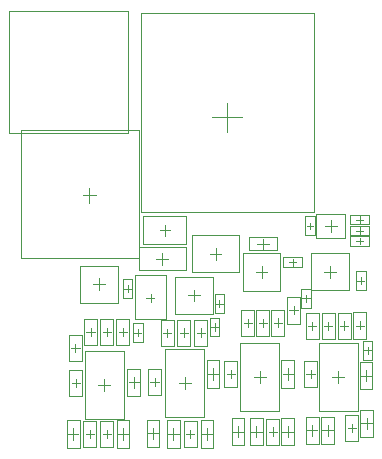
<source format=gbr>
%TF.GenerationSoftware,Altium Limited,Altium Designer,21.4.1 (30)*%
G04 Layer_Color=0*
%FSLAX45Y45*%
%MOMM*%
%TF.SameCoordinates,F4A6E2B2-E63A-418B-8CEE-B9A354165880*%
%TF.FilePolarity,Positive*%
%TF.FileFunction,Other,Bottom_Assembly*%
%TF.Part,Single*%
G01*
G75*
%TA.AperFunction,NonConductor*%
%ADD113C,0.05000*%
%ADD134C,0.07620*%
D113*
X-445000Y2855000D02*
X560000D01*
Y3883000D01*
X-445000D02*
X560000D01*
X-445000Y2855000D02*
Y3883000D01*
X2195440Y450000D02*
X2305440D01*
X2195440Y220000D02*
X2305440D01*
X2195440D02*
Y450000D01*
X2305440Y220000D02*
Y450000D01*
X2250440Y287500D02*
Y382500D01*
X2202940Y335000D02*
X2297940D01*
X1587900Y440000D02*
X1697900D01*
X1587900Y210000D02*
X1697900D01*
X1587900D02*
Y440000D01*
X1697900Y210000D02*
Y440000D01*
X1642900Y277500D02*
Y372500D01*
X1595400Y325000D02*
X1690400D01*
X888644Y420000D02*
X998644D01*
X888644Y190000D02*
X998644D01*
X888644D02*
Y420000D01*
X998644Y190000D02*
Y420000D01*
X943644Y257500D02*
Y352500D01*
X896143Y305000D02*
X991144D01*
D134*
X-345800Y1796000D02*
Y2876000D01*
X650240D01*
Y1796000D02*
Y2876000D01*
X-345800Y1796000D02*
X650240D01*
X175260Y2326000D02*
X289560D01*
X231140Y2265040D02*
Y2389500D01*
X1530000Y1518500D02*
X1850000D01*
X1530000Y1833500D02*
X1850000D01*
Y1518500D02*
Y1833500D01*
X1530000Y1518500D02*
Y1833500D01*
X1690000Y1626000D02*
Y1726000D01*
X1640000Y1676000D02*
X1740000D01*
X1702000Y1873820D02*
Y1959500D01*
X1654500Y1917000D02*
X1749500D01*
X1587000Y1970340D02*
X1817000D01*
Y1863660D02*
Y1970340D01*
X1587000Y1863660D02*
X1817000D01*
X1587000D02*
Y1970340D01*
X1047800Y1910620D02*
Y2146840D01*
X687120D02*
X1047800D01*
X687120Y1910620D02*
Y2146840D01*
Y1910620D02*
X1047800D01*
X826693Y2030177D02*
X912113D01*
X869213Y1982527D02*
Y2077625D01*
X463300Y419800D02*
X569980D01*
X463300Y189800D02*
Y419800D01*
Y189800D02*
X569980D01*
Y419800D01*
X516641Y257300D02*
Y352300D01*
X473460Y304800D02*
X559141D01*
X52320D02*
X138000D01*
X95500Y257300D02*
Y352300D01*
X148840Y189800D02*
Y419800D01*
X42160Y189800D02*
X148840D01*
X42160D02*
Y419800D01*
X148840D01*
X1857260Y698400D02*
X1963940D01*
Y928400D01*
X1857260D02*
X1963940D01*
X1857260Y698400D02*
Y928400D01*
X1910600Y765900D02*
Y860900D01*
X1868100Y813400D02*
X1953780D01*
X1446020Y325000D02*
X1531700D01*
X1489200Y277500D02*
Y372500D01*
X1542540Y210000D02*
Y440000D01*
X1435860Y210000D02*
X1542540D01*
X1435860D02*
Y440000D01*
X1542540D01*
X552860Y628000D02*
X659540D01*
Y858000D01*
X552860D02*
X659540D01*
X552860Y628000D02*
Y858000D01*
X606200Y695500D02*
Y790500D01*
X563700Y743000D02*
X649380D01*
X1866820Y325000D02*
X1952500D01*
X1910000Y277500D02*
Y372500D01*
X1963340Y210000D02*
Y440000D01*
X1856660Y210000D02*
X1963340D01*
X1856660D02*
Y440000D01*
X1963340D01*
X1226660Y698000D02*
X1333340D01*
Y928000D01*
X1226660D02*
X1333340D01*
X1226660Y698000D02*
Y928000D01*
X1280000Y765500D02*
Y860500D01*
X1237500Y813000D02*
X1323180D01*
X727500Y310000D02*
X813180D01*
X770000Y262500D02*
Y357500D01*
X716660Y195000D02*
Y425000D01*
X823340D01*
Y195000D02*
Y425000D01*
X716660Y195000D02*
X823340D01*
X1175840Y420000D02*
X1282520D01*
X1175840Y190000D02*
Y420000D01*
Y190000D02*
X1282520D01*
Y420000D01*
X1229180Y257500D02*
Y352500D01*
X1186000Y305000D02*
X1271680D01*
X2535920Y397100D02*
X2621600D01*
X2579100Y349600D02*
Y444600D01*
X2632440Y282100D02*
Y512100D01*
X2525760Y282100D02*
X2632440D01*
X2525760D02*
Y512100D01*
X2632440D01*
X2067560Y450000D02*
X2174240D01*
X2067560Y220000D02*
Y450000D01*
Y220000D02*
X2174240D01*
Y450000D01*
X2120900Y287500D02*
Y382500D01*
X2077720Y335000D02*
X2163400D01*
X2532200Y798200D02*
X2617880D01*
X2574700Y750700D02*
Y845700D01*
X2521360Y683200D02*
Y913200D01*
X2628040D01*
Y683200D02*
Y913200D01*
X2521360Y683200D02*
X2628040D01*
X2068761Y813000D02*
X2139881D01*
X2104321Y779980D02*
Y848560D01*
X2049321Y702000D02*
Y924000D01*
X2159321Y702000D02*
Y924000D01*
X2049321D02*
X2159321D01*
X2049321Y702000D02*
X2159321D01*
X264160Y1572260D02*
X364160D01*
X314160Y1522260D02*
Y1622260D01*
X154160Y1414760D02*
Y1729760D01*
X474160Y1414760D02*
Y1729760D01*
X154160D02*
X474160D01*
X154160Y1414760D02*
X474160D01*
X180837Y415800D02*
X290837D01*
X180837Y193800D02*
X290837D01*
X180837D02*
Y415800D01*
X290837Y193800D02*
Y415800D01*
X235837Y269240D02*
Y337820D01*
X200277Y304800D02*
X271397D01*
X1398060Y2862180D02*
Y3106020D01*
X1268520Y2986640D02*
X1527600D01*
X671620Y2186540D02*
X2132120Y2186540D01*
X671620Y2186540D02*
Y3868020D01*
X2132120D01*
Y2186540D02*
Y3868020D01*
X1872000Y1800000D02*
X2032000D01*
X1952000Y1730000D02*
Y1790000D01*
X1922000Y1760000D02*
X1982000D01*
X2032000Y1720000D02*
Y1800000D01*
X1872000Y1720000D02*
X2032000D01*
X1872000D02*
Y1800000D01*
X2275000Y2017400D02*
Y2117400D01*
X2225000Y2067400D02*
X2325000D01*
X2152500Y1967400D02*
X2397500D01*
X2152500Y2167400D02*
X2397500D01*
X2152500Y1967400D02*
Y2167400D01*
X2397500Y1967400D02*
Y2167400D01*
X2520000Y1909900D02*
Y1964900D01*
X2492500Y1937400D02*
X2547500D01*
X2440000Y1977400D02*
X2600000D01*
X2440000Y1897400D02*
X2600000D01*
Y1977400D01*
X2440000Y1897400D02*
Y1977400D01*
X2600000Y1987400D02*
Y2067400D01*
X2440000Y1987400D02*
Y2067400D01*
X2600000D01*
X2440000Y1987400D02*
X2600000D01*
X2492500Y2027400D02*
X2547500D01*
X2520000Y1999900D02*
Y2054900D01*
X2072160Y2067400D02*
X2127160D01*
X2099660Y2039900D02*
Y2094900D01*
X2139660Y1987400D02*
Y2147400D01*
X2059660Y1987400D02*
Y2147400D01*
Y1987400D02*
X2139660D01*
X2059660Y2147400D02*
X2139660D01*
X2600000Y2079400D02*
Y2159400D01*
X2440000Y2079400D02*
Y2159400D01*
X2600000D01*
X2440000Y2079400D02*
X2600000D01*
X2492500Y2119400D02*
X2547500D01*
X2520000Y2091900D02*
Y2146900D01*
X515400Y1456500D02*
Y1616500D01*
X525400Y1536500D02*
X585400D01*
X555400Y1506500D02*
Y1566500D01*
X515400Y1616500D02*
X595400D01*
Y1456500D02*
Y1616500D01*
X515400Y1456500D02*
X595400D01*
X602620Y1080780D02*
Y1240780D01*
X612620Y1160780D02*
X672620D01*
X642620Y1130780D02*
Y1190780D01*
X602620Y1240780D02*
X682620D01*
Y1080780D02*
Y1240780D01*
X602620Y1080780D02*
X682620D01*
X2025800Y1373900D02*
Y1533900D01*
X2035800Y1453900D02*
X2095800D01*
X2065800Y1423900D02*
Y1483900D01*
X2025800Y1533900D02*
X2105800D01*
Y1373900D02*
Y1533900D01*
X2025800Y1373900D02*
X2105800D01*
X1292400Y1328100D02*
X1372400D01*
Y1488100D01*
X1292400D02*
X1372400D01*
X1332400Y1378100D02*
Y1438100D01*
X1302400Y1408100D02*
X1362400D01*
X1292400Y1328100D02*
Y1488100D01*
X1252500Y1131100D02*
Y1291100D01*
X1262500Y1211100D02*
X1322500D01*
X1292500Y1181100D02*
Y1241100D01*
X1252500Y1291100D02*
X1332500D01*
Y1131100D02*
Y1291100D01*
X1252500Y1131100D02*
X1332500D01*
X2490000Y1523000D02*
X2570000D01*
Y1683000D01*
X2490000D02*
X2570000D01*
X2530000Y1573000D02*
Y1633000D01*
X2500000Y1603000D02*
X2560000D01*
X2490000Y1523000D02*
Y1683000D01*
X2626900Y933100D02*
Y1093100D01*
X2556900Y1013100D02*
X2616900D01*
X2586900Y983100D02*
Y1043100D01*
X2546900Y933100D02*
X2626900D01*
X2546900D02*
Y1093100D01*
X2626900D01*
X2175000Y1072400D02*
X2505000D01*
X2175000Y502400D02*
X2505000D01*
X2175000D02*
Y1072400D01*
X2505000Y502400D02*
Y1072400D01*
X2340000Y737400D02*
Y837400D01*
X2290000Y787400D02*
X2390000D01*
X1511400Y1072400D02*
X1841400D01*
X1511400Y502400D02*
X1841400D01*
X1511400D02*
Y1072400D01*
X1841400Y502400D02*
Y1072400D01*
X1676400Y737400D02*
Y837400D01*
X1626400Y787400D02*
X1726400D01*
X876400Y1021600D02*
X1206400D01*
X876400Y451600D02*
X1206400D01*
X876400D02*
Y1021600D01*
X1206400Y451600D02*
Y1021600D01*
X1041400Y686600D02*
Y786600D01*
X991400Y736600D02*
X1091400D01*
X191574Y1005000D02*
X521574D01*
X191574Y435000D02*
X521574D01*
X191574D02*
Y1005000D01*
X521574Y435000D02*
Y1005000D01*
X356574Y670000D02*
Y770000D01*
X306574Y720000D02*
X406574D01*
X2220760Y1678940D02*
X2320760D01*
X2270760Y1628940D02*
Y1728940D01*
X2110760Y1521440D02*
Y1836440D01*
X2430760Y1521440D02*
Y1836440D01*
X2110760D02*
X2430760D01*
X2110760Y1521440D02*
X2430760D01*
X1067600Y1478280D02*
X1167600D01*
X1117600Y1428280D02*
Y1528280D01*
X957600Y1320780D02*
Y1635780D01*
X1277600Y1320780D02*
Y1635780D01*
X957600D02*
X1277600D01*
X957600Y1320780D02*
X1277600D01*
X1300000Y1780000D02*
Y1880000D01*
X1250000Y1830000D02*
X1350000D01*
X1101880Y1680140D02*
X1498120D01*
X1101880Y1990020D02*
X1498120D01*
X1101880Y1680140D02*
Y1990020D01*
X1498120Y1680140D02*
Y1990020D01*
X650019Y1695018D02*
X1050018D01*
X650019Y1885020D02*
X1050018D01*
X800016Y1790019D02*
X900016D01*
X850018Y1740022D02*
Y1840022D01*
X1050018Y1695018D02*
Y1885020D01*
X650019Y1695018D02*
Y1885020D01*
X77440Y1031000D02*
X148560D01*
X113000Y997980D02*
Y1066560D01*
X58000Y920000D02*
Y1142000D01*
X168000Y920000D02*
Y1142000D01*
X58000D02*
X168000D01*
X58000Y920000D02*
X168000D01*
X188165Y1280340D02*
X298165D01*
X188165Y1058340D02*
X298165D01*
X188165D02*
Y1280340D01*
X298165Y1058340D02*
Y1280340D01*
X243165Y1133780D02*
Y1202360D01*
X207605Y1169340D02*
X278725D01*
X345111D02*
X416231D01*
X380671Y1133780D02*
Y1202360D01*
X435671Y1058340D02*
Y1280340D01*
X325671Y1058340D02*
Y1280340D01*
Y1058340D02*
X435671D01*
X325671Y1280340D02*
X435671D01*
X325000Y415800D02*
X435000D01*
X325000Y193800D02*
X435000D01*
X325000D02*
Y415800D01*
X435000Y193800D02*
Y415800D01*
X380000Y269240D02*
Y337820D01*
X344440Y304800D02*
X415560D01*
X1375000Y702000D02*
X1485000D01*
X1375000Y924000D02*
X1485000D01*
Y702000D02*
Y924000D01*
X1375000Y702000D02*
Y924000D01*
X1430000Y779980D02*
Y848560D01*
X1394440Y813000D02*
X1465560D01*
X1749580Y325000D02*
X1820700D01*
X1785140Y291980D02*
Y360560D01*
X1730140Y214000D02*
Y436000D01*
X1840140Y214000D02*
Y436000D01*
X1730140D02*
X1840140D01*
X1730140Y214000D02*
X1840140D01*
X1925320Y1351280D02*
X1996440D01*
X1960880Y1318260D02*
Y1386840D01*
X1905880Y1240280D02*
Y1462280D01*
X2015880Y1240280D02*
Y1462280D01*
X1905880D02*
X2015880D01*
X1905880Y1240280D02*
X2015880D01*
X1645000Y1359000D02*
X1755000D01*
X1645000Y1137000D02*
X1755000D01*
X1645000D02*
Y1359000D01*
X1755000Y1137000D02*
Y1359000D01*
X1700000Y1212440D02*
Y1281020D01*
X1664440Y1248000D02*
X1735560D01*
X1791440Y1248000D02*
X1862560D01*
X1827000Y1214980D02*
Y1283560D01*
X1772000Y1137000D02*
Y1359000D01*
X1882000Y1137000D02*
Y1359000D01*
X1772000D02*
X1882000D01*
X1772000Y1137000D02*
X1882000D01*
X1518000Y1359000D02*
X1628000D01*
X1518000Y1137000D02*
X1628000D01*
X1518000D02*
Y1359000D01*
X1628000Y1137000D02*
Y1359000D01*
X1573000Y1212440D02*
Y1281020D01*
X1537440Y1248000D02*
X1608560D01*
X460620Y1057400D02*
X570620D01*
X460620Y1279400D02*
X570620D01*
Y1057400D02*
Y1279400D01*
X460620Y1057400D02*
Y1279400D01*
X515620Y1135380D02*
Y1203960D01*
X480060Y1168400D02*
X551180D01*
X1141460Y1163000D02*
X1212580D01*
X1177020Y1129980D02*
Y1198560D01*
X1122020Y1052000D02*
Y1274000D01*
X1232020Y1052000D02*
Y1274000D01*
X1122020D02*
X1232020D01*
X1122020Y1052000D02*
X1232020D01*
X748540Y747200D02*
X819660D01*
X784100Y714180D02*
Y782760D01*
X729100Y636200D02*
Y858200D01*
X839100Y636200D02*
Y858200D01*
X729100D02*
X839100D01*
X729100Y636200D02*
X839100D01*
X977240Y1052000D02*
X1087240D01*
X977240Y1274000D02*
X1087240D01*
Y1052000D02*
Y1274000D01*
X977240Y1052000D02*
Y1274000D01*
X1032240Y1129980D02*
Y1198560D01*
X996680Y1163000D02*
X1067800D01*
X854440Y1163000D02*
X925560D01*
X890000Y1127440D02*
Y1196020D01*
X945000Y1052000D02*
Y1274000D01*
X835000Y1052000D02*
Y1274000D01*
Y1052000D02*
X945000D01*
X835000Y1274000D02*
X945000D01*
X2063360Y1333680D02*
X2173360D01*
X2063360Y1111680D02*
X2173360D01*
X2063360D02*
Y1333680D01*
X2173360Y1111680D02*
Y1333680D01*
X2118360Y1187120D02*
Y1255700D01*
X2082800Y1222680D02*
X2153920D01*
X2353728Y1222680D02*
X2424848D01*
X2389288Y1189660D02*
Y1258240D01*
X2334288Y1111680D02*
Y1333680D01*
X2444288Y1111680D02*
Y1333680D01*
X2334288D02*
X2444288D01*
X2334288Y1111680D02*
X2444288D01*
X2198832Y1333680D02*
X2308832D01*
X2198832Y1111680D02*
X2308832D01*
X2198832D02*
Y1333680D01*
X2308832Y1111680D02*
Y1333680D01*
X2253832Y1187120D02*
Y1255700D01*
X2218272Y1222680D02*
X2289392D01*
X2486140Y1223000D02*
X2557260D01*
X2521700Y1189980D02*
Y1258560D01*
X2466700Y1112000D02*
Y1334000D01*
X2576700Y1112000D02*
Y1334000D01*
X2466700D02*
X2576700D01*
X2466700Y1112000D02*
X2576700D01*
X2419609Y353321D02*
X2490729D01*
X2455169Y320301D02*
Y388881D01*
X2400169Y242321D02*
Y464321D01*
X2510169Y242321D02*
Y464321D01*
X2400169D02*
X2510169D01*
X2400169Y242321D02*
X2510169D01*
X1050831Y305000D02*
X1121951D01*
X1086391Y271980D02*
Y340560D01*
X1031391Y194000D02*
Y416000D01*
X1141391Y194000D02*
Y416000D01*
X1031391D02*
X1141391D01*
X1031391Y194000D02*
X1141391D01*
X81440Y736000D02*
X152560D01*
X117000Y702980D02*
Y771560D01*
X62000Y625000D02*
Y847000D01*
X172000Y625000D02*
Y847000D01*
X62000D02*
X172000D01*
X62000Y625000D02*
X172000D01*
X616000Y1653100D02*
X878000D01*
X616000Y1279100D02*
Y1653100D01*
X878000Y1279100D02*
Y1652100D01*
X616000Y1279100D02*
X878000D01*
X750000Y1419980D02*
Y1491100D01*
X714440Y1453000D02*
X783020D01*
%TF.MD5,a3a3b9b036ac758e2e9dae848ce55a46*%
M02*

</source>
